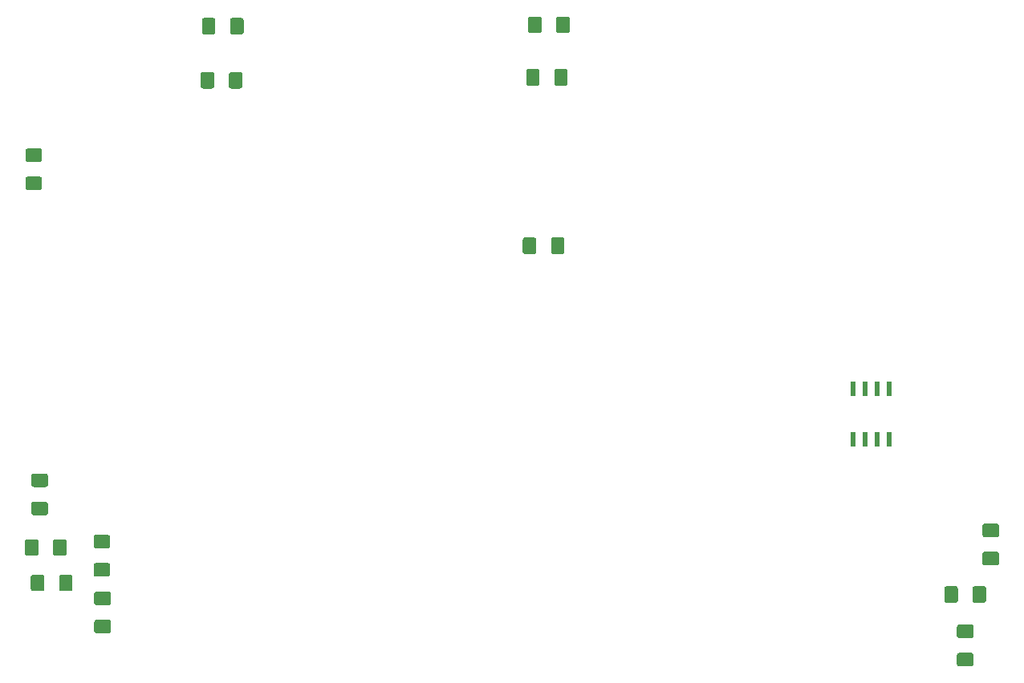
<source format=gbr>
G04 #@! TF.GenerationSoftware,KiCad,Pcbnew,5.0.2+dfsg1-1~bpo9+1*
G04 #@! TF.CreationDate,2019-06-26T12:15:30+03:00*
G04 #@! TF.ProjectId,SmartDimmer,536d6172-7444-4696-9d6d-65722e6b6963,rev?*
G04 #@! TF.SameCoordinates,Original*
G04 #@! TF.FileFunction,Paste,Bot*
G04 #@! TF.FilePolarity,Positive*
%FSLAX46Y46*%
G04 Gerber Fmt 4.6, Leading zero omitted, Abs format (unit mm)*
G04 Created by KiCad (PCBNEW 5.0.2+dfsg1-1~bpo9+1) date Wed 26 Jun 2019 12:15:30 PM +03*
%MOMM*%
%LPD*%
G01*
G04 APERTURE LIST*
%ADD10C,0.100000*%
%ADD11C,1.425000*%
%ADD12R,0.600000X1.550000*%
G04 APERTURE END LIST*
D10*
G04 #@! TO.C,R18*
G36*
X171744004Y-66444204D02*
X171768273Y-66447804D01*
X171792071Y-66453765D01*
X171815171Y-66462030D01*
X171837349Y-66472520D01*
X171858393Y-66485133D01*
X171878098Y-66499747D01*
X171896277Y-66516223D01*
X171912753Y-66534402D01*
X171927367Y-66554107D01*
X171939980Y-66575151D01*
X171950470Y-66597329D01*
X171958735Y-66620429D01*
X171964696Y-66644227D01*
X171968296Y-66668496D01*
X171969500Y-66693000D01*
X171969500Y-67943000D01*
X171968296Y-67967504D01*
X171964696Y-67991773D01*
X171958735Y-68015571D01*
X171950470Y-68038671D01*
X171939980Y-68060849D01*
X171927367Y-68081893D01*
X171912753Y-68101598D01*
X171896277Y-68119777D01*
X171878098Y-68136253D01*
X171858393Y-68150867D01*
X171837349Y-68163480D01*
X171815171Y-68173970D01*
X171792071Y-68182235D01*
X171768273Y-68188196D01*
X171744004Y-68191796D01*
X171719500Y-68193000D01*
X170794500Y-68193000D01*
X170769996Y-68191796D01*
X170745727Y-68188196D01*
X170721929Y-68182235D01*
X170698829Y-68173970D01*
X170676651Y-68163480D01*
X170655607Y-68150867D01*
X170635902Y-68136253D01*
X170617723Y-68119777D01*
X170601247Y-68101598D01*
X170586633Y-68081893D01*
X170574020Y-68060849D01*
X170563530Y-68038671D01*
X170555265Y-68015571D01*
X170549304Y-67991773D01*
X170545704Y-67967504D01*
X170544500Y-67943000D01*
X170544500Y-66693000D01*
X170545704Y-66668496D01*
X170549304Y-66644227D01*
X170555265Y-66620429D01*
X170563530Y-66597329D01*
X170574020Y-66575151D01*
X170586633Y-66554107D01*
X170601247Y-66534402D01*
X170617723Y-66516223D01*
X170635902Y-66499747D01*
X170655607Y-66485133D01*
X170676651Y-66472520D01*
X170698829Y-66462030D01*
X170721929Y-66453765D01*
X170745727Y-66447804D01*
X170769996Y-66444204D01*
X170794500Y-66443000D01*
X171719500Y-66443000D01*
X171744004Y-66444204D01*
X171744004Y-66444204D01*
G37*
D11*
X171257000Y-67318000D03*
D10*
G36*
X168769004Y-66444204D02*
X168793273Y-66447804D01*
X168817071Y-66453765D01*
X168840171Y-66462030D01*
X168862349Y-66472520D01*
X168883393Y-66485133D01*
X168903098Y-66499747D01*
X168921277Y-66516223D01*
X168937753Y-66534402D01*
X168952367Y-66554107D01*
X168964980Y-66575151D01*
X168975470Y-66597329D01*
X168983735Y-66620429D01*
X168989696Y-66644227D01*
X168993296Y-66668496D01*
X168994500Y-66693000D01*
X168994500Y-67943000D01*
X168993296Y-67967504D01*
X168989696Y-67991773D01*
X168983735Y-68015571D01*
X168975470Y-68038671D01*
X168964980Y-68060849D01*
X168952367Y-68081893D01*
X168937753Y-68101598D01*
X168921277Y-68119777D01*
X168903098Y-68136253D01*
X168883393Y-68150867D01*
X168862349Y-68163480D01*
X168840171Y-68173970D01*
X168817071Y-68182235D01*
X168793273Y-68188196D01*
X168769004Y-68191796D01*
X168744500Y-68193000D01*
X167819500Y-68193000D01*
X167794996Y-68191796D01*
X167770727Y-68188196D01*
X167746929Y-68182235D01*
X167723829Y-68173970D01*
X167701651Y-68163480D01*
X167680607Y-68150867D01*
X167660902Y-68136253D01*
X167642723Y-68119777D01*
X167626247Y-68101598D01*
X167611633Y-68081893D01*
X167599020Y-68060849D01*
X167588530Y-68038671D01*
X167580265Y-68015571D01*
X167574304Y-67991773D01*
X167570704Y-67967504D01*
X167569500Y-67943000D01*
X167569500Y-66693000D01*
X167570704Y-66668496D01*
X167574304Y-66644227D01*
X167580265Y-66620429D01*
X167588530Y-66597329D01*
X167599020Y-66575151D01*
X167611633Y-66554107D01*
X167626247Y-66534402D01*
X167642723Y-66516223D01*
X167660902Y-66499747D01*
X167680607Y-66485133D01*
X167701651Y-66472520D01*
X167723829Y-66462030D01*
X167746929Y-66453765D01*
X167770727Y-66447804D01*
X167794996Y-66444204D01*
X167819500Y-66443000D01*
X168744500Y-66443000D01*
X168769004Y-66444204D01*
X168769004Y-66444204D01*
G37*
D11*
X168282000Y-67318000D03*
G04 #@! TD*
D10*
G04 #@! TO.C,R19*
G36*
X168986504Y-60890206D02*
X169010773Y-60893806D01*
X169034571Y-60899767D01*
X169057671Y-60908032D01*
X169079849Y-60918522D01*
X169100893Y-60931135D01*
X169120598Y-60945749D01*
X169138777Y-60962225D01*
X169155253Y-60980404D01*
X169169867Y-61000109D01*
X169182480Y-61021153D01*
X169192970Y-61043331D01*
X169201235Y-61066431D01*
X169207196Y-61090229D01*
X169210796Y-61114498D01*
X169212000Y-61139002D01*
X169212000Y-62389002D01*
X169210796Y-62413506D01*
X169207196Y-62437775D01*
X169201235Y-62461573D01*
X169192970Y-62484673D01*
X169182480Y-62506851D01*
X169169867Y-62527895D01*
X169155253Y-62547600D01*
X169138777Y-62565779D01*
X169120598Y-62582255D01*
X169100893Y-62596869D01*
X169079849Y-62609482D01*
X169057671Y-62619972D01*
X169034571Y-62628237D01*
X169010773Y-62634198D01*
X168986504Y-62637798D01*
X168962000Y-62639002D01*
X168037000Y-62639002D01*
X168012496Y-62637798D01*
X167988227Y-62634198D01*
X167964429Y-62628237D01*
X167941329Y-62619972D01*
X167919151Y-62609482D01*
X167898107Y-62596869D01*
X167878402Y-62582255D01*
X167860223Y-62565779D01*
X167843747Y-62547600D01*
X167829133Y-62527895D01*
X167816520Y-62506851D01*
X167806030Y-62484673D01*
X167797765Y-62461573D01*
X167791804Y-62437775D01*
X167788204Y-62413506D01*
X167787000Y-62389002D01*
X167787000Y-61139002D01*
X167788204Y-61114498D01*
X167791804Y-61090229D01*
X167797765Y-61066431D01*
X167806030Y-61043331D01*
X167816520Y-61021153D01*
X167829133Y-61000109D01*
X167843747Y-60980404D01*
X167860223Y-60962225D01*
X167878402Y-60945749D01*
X167898107Y-60931135D01*
X167919151Y-60918522D01*
X167941329Y-60908032D01*
X167964429Y-60899767D01*
X167988227Y-60893806D01*
X168012496Y-60890206D01*
X168037000Y-60889002D01*
X168962000Y-60889002D01*
X168986504Y-60890206D01*
X168986504Y-60890206D01*
G37*
D11*
X168499500Y-61764002D03*
D10*
G36*
X171961504Y-60890206D02*
X171985773Y-60893806D01*
X172009571Y-60899767D01*
X172032671Y-60908032D01*
X172054849Y-60918522D01*
X172075893Y-60931135D01*
X172095598Y-60945749D01*
X172113777Y-60962225D01*
X172130253Y-60980404D01*
X172144867Y-61000109D01*
X172157480Y-61021153D01*
X172167970Y-61043331D01*
X172176235Y-61066431D01*
X172182196Y-61090229D01*
X172185796Y-61114498D01*
X172187000Y-61139002D01*
X172187000Y-62389002D01*
X172185796Y-62413506D01*
X172182196Y-62437775D01*
X172176235Y-62461573D01*
X172167970Y-62484673D01*
X172157480Y-62506851D01*
X172144867Y-62527895D01*
X172130253Y-62547600D01*
X172113777Y-62565779D01*
X172095598Y-62582255D01*
X172075893Y-62596869D01*
X172054849Y-62609482D01*
X172032671Y-62619972D01*
X172009571Y-62628237D01*
X171985773Y-62634198D01*
X171961504Y-62637798D01*
X171937000Y-62639002D01*
X171012000Y-62639002D01*
X170987496Y-62637798D01*
X170963227Y-62634198D01*
X170939429Y-62628237D01*
X170916329Y-62619972D01*
X170894151Y-62609482D01*
X170873107Y-62596869D01*
X170853402Y-62582255D01*
X170835223Y-62565779D01*
X170818747Y-62547600D01*
X170804133Y-62527895D01*
X170791520Y-62506851D01*
X170781030Y-62484673D01*
X170772765Y-62461573D01*
X170766804Y-62437775D01*
X170763204Y-62413506D01*
X170762000Y-62389002D01*
X170762000Y-61139002D01*
X170763204Y-61114498D01*
X170766804Y-61090229D01*
X170772765Y-61066431D01*
X170781030Y-61043331D01*
X170791520Y-61021153D01*
X170804133Y-61000109D01*
X170818747Y-60980404D01*
X170835223Y-60962225D01*
X170853402Y-60945749D01*
X170873107Y-60931135D01*
X170894151Y-60918522D01*
X170916329Y-60908032D01*
X170939429Y-60899767D01*
X170963227Y-60893806D01*
X170987496Y-60890206D01*
X171012000Y-60889002D01*
X171937000Y-60889002D01*
X171961504Y-60890206D01*
X171961504Y-60890206D01*
G37*
D11*
X171474500Y-61764002D03*
G04 #@! TD*
D10*
G04 #@! TO.C,R16*
G36*
X134569504Y-61033204D02*
X134593773Y-61036804D01*
X134617571Y-61042765D01*
X134640671Y-61051030D01*
X134662849Y-61061520D01*
X134683893Y-61074133D01*
X134703598Y-61088747D01*
X134721777Y-61105223D01*
X134738253Y-61123402D01*
X134752867Y-61143107D01*
X134765480Y-61164151D01*
X134775970Y-61186329D01*
X134784235Y-61209429D01*
X134790196Y-61233227D01*
X134793796Y-61257496D01*
X134795000Y-61282000D01*
X134795000Y-62532000D01*
X134793796Y-62556504D01*
X134790196Y-62580773D01*
X134784235Y-62604571D01*
X134775970Y-62627671D01*
X134765480Y-62649849D01*
X134752867Y-62670893D01*
X134738253Y-62690598D01*
X134721777Y-62708777D01*
X134703598Y-62725253D01*
X134683893Y-62739867D01*
X134662849Y-62752480D01*
X134640671Y-62762970D01*
X134617571Y-62771235D01*
X134593773Y-62777196D01*
X134569504Y-62780796D01*
X134545000Y-62782000D01*
X133620000Y-62782000D01*
X133595496Y-62780796D01*
X133571227Y-62777196D01*
X133547429Y-62771235D01*
X133524329Y-62762970D01*
X133502151Y-62752480D01*
X133481107Y-62739867D01*
X133461402Y-62725253D01*
X133443223Y-62708777D01*
X133426747Y-62690598D01*
X133412133Y-62670893D01*
X133399520Y-62649849D01*
X133389030Y-62627671D01*
X133380765Y-62604571D01*
X133374804Y-62580773D01*
X133371204Y-62556504D01*
X133370000Y-62532000D01*
X133370000Y-61282000D01*
X133371204Y-61257496D01*
X133374804Y-61233227D01*
X133380765Y-61209429D01*
X133389030Y-61186329D01*
X133399520Y-61164151D01*
X133412133Y-61143107D01*
X133426747Y-61123402D01*
X133443223Y-61105223D01*
X133461402Y-61088747D01*
X133481107Y-61074133D01*
X133502151Y-61061520D01*
X133524329Y-61051030D01*
X133547429Y-61042765D01*
X133571227Y-61036804D01*
X133595496Y-61033204D01*
X133620000Y-61032000D01*
X134545000Y-61032000D01*
X134569504Y-61033204D01*
X134569504Y-61033204D01*
G37*
D11*
X134082500Y-61907000D03*
D10*
G36*
X137544504Y-61033204D02*
X137568773Y-61036804D01*
X137592571Y-61042765D01*
X137615671Y-61051030D01*
X137637849Y-61061520D01*
X137658893Y-61074133D01*
X137678598Y-61088747D01*
X137696777Y-61105223D01*
X137713253Y-61123402D01*
X137727867Y-61143107D01*
X137740480Y-61164151D01*
X137750970Y-61186329D01*
X137759235Y-61209429D01*
X137765196Y-61233227D01*
X137768796Y-61257496D01*
X137770000Y-61282000D01*
X137770000Y-62532000D01*
X137768796Y-62556504D01*
X137765196Y-62580773D01*
X137759235Y-62604571D01*
X137750970Y-62627671D01*
X137740480Y-62649849D01*
X137727867Y-62670893D01*
X137713253Y-62690598D01*
X137696777Y-62708777D01*
X137678598Y-62725253D01*
X137658893Y-62739867D01*
X137637849Y-62752480D01*
X137615671Y-62762970D01*
X137592571Y-62771235D01*
X137568773Y-62777196D01*
X137544504Y-62780796D01*
X137520000Y-62782000D01*
X136595000Y-62782000D01*
X136570496Y-62780796D01*
X136546227Y-62777196D01*
X136522429Y-62771235D01*
X136499329Y-62762970D01*
X136477151Y-62752480D01*
X136456107Y-62739867D01*
X136436402Y-62725253D01*
X136418223Y-62708777D01*
X136401747Y-62690598D01*
X136387133Y-62670893D01*
X136374520Y-62649849D01*
X136364030Y-62627671D01*
X136355765Y-62604571D01*
X136349804Y-62580773D01*
X136346204Y-62556504D01*
X136345000Y-62532000D01*
X136345000Y-61282000D01*
X136346204Y-61257496D01*
X136349804Y-61233227D01*
X136355765Y-61209429D01*
X136364030Y-61186329D01*
X136374520Y-61164151D01*
X136387133Y-61143107D01*
X136401747Y-61123402D01*
X136418223Y-61105223D01*
X136436402Y-61088747D01*
X136456107Y-61074133D01*
X136477151Y-61061520D01*
X136499329Y-61051030D01*
X136522429Y-61042765D01*
X136546227Y-61036804D01*
X136570496Y-61033204D01*
X136595000Y-61032000D01*
X137520000Y-61032000D01*
X137544504Y-61033204D01*
X137544504Y-61033204D01*
G37*
D11*
X137057500Y-61907000D03*
G04 #@! TD*
D10*
G04 #@! TO.C,R17*
G36*
X137417504Y-66748204D02*
X137441773Y-66751804D01*
X137465571Y-66757765D01*
X137488671Y-66766030D01*
X137510849Y-66776520D01*
X137531893Y-66789133D01*
X137551598Y-66803747D01*
X137569777Y-66820223D01*
X137586253Y-66838402D01*
X137600867Y-66858107D01*
X137613480Y-66879151D01*
X137623970Y-66901329D01*
X137632235Y-66924429D01*
X137638196Y-66948227D01*
X137641796Y-66972496D01*
X137643000Y-66997000D01*
X137643000Y-68247000D01*
X137641796Y-68271504D01*
X137638196Y-68295773D01*
X137632235Y-68319571D01*
X137623970Y-68342671D01*
X137613480Y-68364849D01*
X137600867Y-68385893D01*
X137586253Y-68405598D01*
X137569777Y-68423777D01*
X137551598Y-68440253D01*
X137531893Y-68454867D01*
X137510849Y-68467480D01*
X137488671Y-68477970D01*
X137465571Y-68486235D01*
X137441773Y-68492196D01*
X137417504Y-68495796D01*
X137393000Y-68497000D01*
X136468000Y-68497000D01*
X136443496Y-68495796D01*
X136419227Y-68492196D01*
X136395429Y-68486235D01*
X136372329Y-68477970D01*
X136350151Y-68467480D01*
X136329107Y-68454867D01*
X136309402Y-68440253D01*
X136291223Y-68423777D01*
X136274747Y-68405598D01*
X136260133Y-68385893D01*
X136247520Y-68364849D01*
X136237030Y-68342671D01*
X136228765Y-68319571D01*
X136222804Y-68295773D01*
X136219204Y-68271504D01*
X136218000Y-68247000D01*
X136218000Y-66997000D01*
X136219204Y-66972496D01*
X136222804Y-66948227D01*
X136228765Y-66924429D01*
X136237030Y-66901329D01*
X136247520Y-66879151D01*
X136260133Y-66858107D01*
X136274747Y-66838402D01*
X136291223Y-66820223D01*
X136309402Y-66803747D01*
X136329107Y-66789133D01*
X136350151Y-66776520D01*
X136372329Y-66766030D01*
X136395429Y-66757765D01*
X136419227Y-66751804D01*
X136443496Y-66748204D01*
X136468000Y-66747000D01*
X137393000Y-66747000D01*
X137417504Y-66748204D01*
X137417504Y-66748204D01*
G37*
D11*
X136930500Y-67622000D03*
D10*
G36*
X134442504Y-66748204D02*
X134466773Y-66751804D01*
X134490571Y-66757765D01*
X134513671Y-66766030D01*
X134535849Y-66776520D01*
X134556893Y-66789133D01*
X134576598Y-66803747D01*
X134594777Y-66820223D01*
X134611253Y-66838402D01*
X134625867Y-66858107D01*
X134638480Y-66879151D01*
X134648970Y-66901329D01*
X134657235Y-66924429D01*
X134663196Y-66948227D01*
X134666796Y-66972496D01*
X134668000Y-66997000D01*
X134668000Y-68247000D01*
X134666796Y-68271504D01*
X134663196Y-68295773D01*
X134657235Y-68319571D01*
X134648970Y-68342671D01*
X134638480Y-68364849D01*
X134625867Y-68385893D01*
X134611253Y-68405598D01*
X134594777Y-68423777D01*
X134576598Y-68440253D01*
X134556893Y-68454867D01*
X134535849Y-68467480D01*
X134513671Y-68477970D01*
X134490571Y-68486235D01*
X134466773Y-68492196D01*
X134442504Y-68495796D01*
X134418000Y-68497000D01*
X133493000Y-68497000D01*
X133468496Y-68495796D01*
X133444227Y-68492196D01*
X133420429Y-68486235D01*
X133397329Y-68477970D01*
X133375151Y-68467480D01*
X133354107Y-68454867D01*
X133334402Y-68440253D01*
X133316223Y-68423777D01*
X133299747Y-68405598D01*
X133285133Y-68385893D01*
X133272520Y-68364849D01*
X133262030Y-68342671D01*
X133253765Y-68319571D01*
X133247804Y-68295773D01*
X133244204Y-68271504D01*
X133243000Y-68247000D01*
X133243000Y-66997000D01*
X133244204Y-66972496D01*
X133247804Y-66948227D01*
X133253765Y-66924429D01*
X133262030Y-66901329D01*
X133272520Y-66879151D01*
X133285133Y-66858107D01*
X133299747Y-66838402D01*
X133316223Y-66820223D01*
X133334402Y-66803747D01*
X133354107Y-66789133D01*
X133375151Y-66776520D01*
X133397329Y-66766030D01*
X133420429Y-66757765D01*
X133444227Y-66751804D01*
X133468496Y-66748204D01*
X133493000Y-66747000D01*
X134418000Y-66747000D01*
X134442504Y-66748204D01*
X134442504Y-66748204D01*
G37*
D11*
X133955500Y-67622000D03*
G04 #@! TD*
D10*
G04 #@! TO.C,C13*
G36*
X118865304Y-116093204D02*
X118889573Y-116096804D01*
X118913371Y-116102765D01*
X118936471Y-116111030D01*
X118958649Y-116121520D01*
X118979693Y-116134133D01*
X118999398Y-116148747D01*
X119017577Y-116165223D01*
X119034053Y-116183402D01*
X119048667Y-116203107D01*
X119061280Y-116224151D01*
X119071770Y-116246329D01*
X119080035Y-116269429D01*
X119085996Y-116293227D01*
X119089596Y-116317496D01*
X119090800Y-116342000D01*
X119090800Y-117592000D01*
X119089596Y-117616504D01*
X119085996Y-117640773D01*
X119080035Y-117664571D01*
X119071770Y-117687671D01*
X119061280Y-117709849D01*
X119048667Y-117730893D01*
X119034053Y-117750598D01*
X119017577Y-117768777D01*
X118999398Y-117785253D01*
X118979693Y-117799867D01*
X118958649Y-117812480D01*
X118936471Y-117822970D01*
X118913371Y-117831235D01*
X118889573Y-117837196D01*
X118865304Y-117840796D01*
X118840800Y-117842000D01*
X117915800Y-117842000D01*
X117891296Y-117840796D01*
X117867027Y-117837196D01*
X117843229Y-117831235D01*
X117820129Y-117822970D01*
X117797951Y-117812480D01*
X117776907Y-117799867D01*
X117757202Y-117785253D01*
X117739023Y-117768777D01*
X117722547Y-117750598D01*
X117707933Y-117730893D01*
X117695320Y-117709849D01*
X117684830Y-117687671D01*
X117676565Y-117664571D01*
X117670604Y-117640773D01*
X117667004Y-117616504D01*
X117665800Y-117592000D01*
X117665800Y-116342000D01*
X117667004Y-116317496D01*
X117670604Y-116293227D01*
X117676565Y-116269429D01*
X117684830Y-116246329D01*
X117695320Y-116224151D01*
X117707933Y-116203107D01*
X117722547Y-116183402D01*
X117739023Y-116165223D01*
X117757202Y-116148747D01*
X117776907Y-116134133D01*
X117797951Y-116121520D01*
X117820129Y-116111030D01*
X117843229Y-116102765D01*
X117867027Y-116096804D01*
X117891296Y-116093204D01*
X117915800Y-116092000D01*
X118840800Y-116092000D01*
X118865304Y-116093204D01*
X118865304Y-116093204D01*
G37*
D11*
X118378300Y-116967000D03*
D10*
G36*
X115890304Y-116093204D02*
X115914573Y-116096804D01*
X115938371Y-116102765D01*
X115961471Y-116111030D01*
X115983649Y-116121520D01*
X116004693Y-116134133D01*
X116024398Y-116148747D01*
X116042577Y-116165223D01*
X116059053Y-116183402D01*
X116073667Y-116203107D01*
X116086280Y-116224151D01*
X116096770Y-116246329D01*
X116105035Y-116269429D01*
X116110996Y-116293227D01*
X116114596Y-116317496D01*
X116115800Y-116342000D01*
X116115800Y-117592000D01*
X116114596Y-117616504D01*
X116110996Y-117640773D01*
X116105035Y-117664571D01*
X116096770Y-117687671D01*
X116086280Y-117709849D01*
X116073667Y-117730893D01*
X116059053Y-117750598D01*
X116042577Y-117768777D01*
X116024398Y-117785253D01*
X116004693Y-117799867D01*
X115983649Y-117812480D01*
X115961471Y-117822970D01*
X115938371Y-117831235D01*
X115914573Y-117837196D01*
X115890304Y-117840796D01*
X115865800Y-117842000D01*
X114940800Y-117842000D01*
X114916296Y-117840796D01*
X114892027Y-117837196D01*
X114868229Y-117831235D01*
X114845129Y-117822970D01*
X114822951Y-117812480D01*
X114801907Y-117799867D01*
X114782202Y-117785253D01*
X114764023Y-117768777D01*
X114747547Y-117750598D01*
X114732933Y-117730893D01*
X114720320Y-117709849D01*
X114709830Y-117687671D01*
X114701565Y-117664571D01*
X114695604Y-117640773D01*
X114692004Y-117616504D01*
X114690800Y-117592000D01*
X114690800Y-116342000D01*
X114692004Y-116317496D01*
X114695604Y-116293227D01*
X114701565Y-116269429D01*
X114709830Y-116246329D01*
X114720320Y-116224151D01*
X114732933Y-116203107D01*
X114747547Y-116183402D01*
X114764023Y-116165223D01*
X114782202Y-116148747D01*
X114801907Y-116134133D01*
X114822951Y-116121520D01*
X114845129Y-116111030D01*
X114868229Y-116102765D01*
X114892027Y-116096804D01*
X114916296Y-116093204D01*
X114940800Y-116092000D01*
X115865800Y-116092000D01*
X115890304Y-116093204D01*
X115890304Y-116093204D01*
G37*
D11*
X115403300Y-116967000D03*
G04 #@! TD*
D10*
G04 #@! TO.C,C6*
G36*
X214549593Y-128083882D02*
X214573862Y-128087482D01*
X214597660Y-128093443D01*
X214620760Y-128101708D01*
X214642938Y-128112198D01*
X214663982Y-128124811D01*
X214683687Y-128139425D01*
X214701866Y-128155901D01*
X214718342Y-128174080D01*
X214732956Y-128193785D01*
X214745569Y-128214829D01*
X214756059Y-128237007D01*
X214764324Y-128260107D01*
X214770285Y-128283905D01*
X214773885Y-128308174D01*
X214775089Y-128332678D01*
X214775089Y-129257678D01*
X214773885Y-129282182D01*
X214770285Y-129306451D01*
X214764324Y-129330249D01*
X214756059Y-129353349D01*
X214745569Y-129375527D01*
X214732956Y-129396571D01*
X214718342Y-129416276D01*
X214701866Y-129434455D01*
X214683687Y-129450931D01*
X214663982Y-129465545D01*
X214642938Y-129478158D01*
X214620760Y-129488648D01*
X214597660Y-129496913D01*
X214573862Y-129502874D01*
X214549593Y-129506474D01*
X214525089Y-129507678D01*
X213275089Y-129507678D01*
X213250585Y-129506474D01*
X213226316Y-129502874D01*
X213202518Y-129496913D01*
X213179418Y-129488648D01*
X213157240Y-129478158D01*
X213136196Y-129465545D01*
X213116491Y-129450931D01*
X213098312Y-129434455D01*
X213081836Y-129416276D01*
X213067222Y-129396571D01*
X213054609Y-129375527D01*
X213044119Y-129353349D01*
X213035854Y-129330249D01*
X213029893Y-129306451D01*
X213026293Y-129282182D01*
X213025089Y-129257678D01*
X213025089Y-128332678D01*
X213026293Y-128308174D01*
X213029893Y-128283905D01*
X213035854Y-128260107D01*
X213044119Y-128237007D01*
X213054609Y-128214829D01*
X213067222Y-128193785D01*
X213081836Y-128174080D01*
X213098312Y-128155901D01*
X213116491Y-128139425D01*
X213136196Y-128124811D01*
X213157240Y-128112198D01*
X213179418Y-128101708D01*
X213202518Y-128093443D01*
X213226316Y-128087482D01*
X213250585Y-128083882D01*
X213275089Y-128082678D01*
X214525089Y-128082678D01*
X214549593Y-128083882D01*
X214549593Y-128083882D01*
G37*
D11*
X213900089Y-128795178D03*
D10*
G36*
X214549593Y-125108882D02*
X214573862Y-125112482D01*
X214597660Y-125118443D01*
X214620760Y-125126708D01*
X214642938Y-125137198D01*
X214663982Y-125149811D01*
X214683687Y-125164425D01*
X214701866Y-125180901D01*
X214718342Y-125199080D01*
X214732956Y-125218785D01*
X214745569Y-125239829D01*
X214756059Y-125262007D01*
X214764324Y-125285107D01*
X214770285Y-125308905D01*
X214773885Y-125333174D01*
X214775089Y-125357678D01*
X214775089Y-126282678D01*
X214773885Y-126307182D01*
X214770285Y-126331451D01*
X214764324Y-126355249D01*
X214756059Y-126378349D01*
X214745569Y-126400527D01*
X214732956Y-126421571D01*
X214718342Y-126441276D01*
X214701866Y-126459455D01*
X214683687Y-126475931D01*
X214663982Y-126490545D01*
X214642938Y-126503158D01*
X214620760Y-126513648D01*
X214597660Y-126521913D01*
X214573862Y-126527874D01*
X214549593Y-126531474D01*
X214525089Y-126532678D01*
X213275089Y-126532678D01*
X213250585Y-126531474D01*
X213226316Y-126527874D01*
X213202518Y-126521913D01*
X213179418Y-126513648D01*
X213157240Y-126503158D01*
X213136196Y-126490545D01*
X213116491Y-126475931D01*
X213098312Y-126459455D01*
X213081836Y-126441276D01*
X213067222Y-126421571D01*
X213054609Y-126400527D01*
X213044119Y-126378349D01*
X213035854Y-126355249D01*
X213029893Y-126331451D01*
X213026293Y-126307182D01*
X213025089Y-126282678D01*
X213025089Y-125357678D01*
X213026293Y-125333174D01*
X213029893Y-125308905D01*
X213035854Y-125285107D01*
X213044119Y-125262007D01*
X213054609Y-125239829D01*
X213067222Y-125218785D01*
X213081836Y-125199080D01*
X213098312Y-125180901D01*
X213116491Y-125164425D01*
X213136196Y-125149811D01*
X213157240Y-125137198D01*
X213179418Y-125126708D01*
X213202518Y-125118443D01*
X213226316Y-125112482D01*
X213250585Y-125108882D01*
X213275089Y-125107678D01*
X214525089Y-125107678D01*
X214549593Y-125108882D01*
X214549593Y-125108882D01*
G37*
D11*
X213900089Y-125820178D03*
G04 #@! TD*
D10*
G04 #@! TO.C,C10*
G36*
X123458504Y-115631804D02*
X123482773Y-115635404D01*
X123506571Y-115641365D01*
X123529671Y-115649630D01*
X123551849Y-115660120D01*
X123572893Y-115672733D01*
X123592598Y-115687347D01*
X123610777Y-115703823D01*
X123627253Y-115722002D01*
X123641867Y-115741707D01*
X123654480Y-115762751D01*
X123664970Y-115784929D01*
X123673235Y-115808029D01*
X123679196Y-115831827D01*
X123682796Y-115856096D01*
X123684000Y-115880600D01*
X123684000Y-116805600D01*
X123682796Y-116830104D01*
X123679196Y-116854373D01*
X123673235Y-116878171D01*
X123664970Y-116901271D01*
X123654480Y-116923449D01*
X123641867Y-116944493D01*
X123627253Y-116964198D01*
X123610777Y-116982377D01*
X123592598Y-116998853D01*
X123572893Y-117013467D01*
X123551849Y-117026080D01*
X123529671Y-117036570D01*
X123506571Y-117044835D01*
X123482773Y-117050796D01*
X123458504Y-117054396D01*
X123434000Y-117055600D01*
X122184000Y-117055600D01*
X122159496Y-117054396D01*
X122135227Y-117050796D01*
X122111429Y-117044835D01*
X122088329Y-117036570D01*
X122066151Y-117026080D01*
X122045107Y-117013467D01*
X122025402Y-116998853D01*
X122007223Y-116982377D01*
X121990747Y-116964198D01*
X121976133Y-116944493D01*
X121963520Y-116923449D01*
X121953030Y-116901271D01*
X121944765Y-116878171D01*
X121938804Y-116854373D01*
X121935204Y-116830104D01*
X121934000Y-116805600D01*
X121934000Y-115880600D01*
X121935204Y-115856096D01*
X121938804Y-115831827D01*
X121944765Y-115808029D01*
X121953030Y-115784929D01*
X121963520Y-115762751D01*
X121976133Y-115741707D01*
X121990747Y-115722002D01*
X122007223Y-115703823D01*
X122025402Y-115687347D01*
X122045107Y-115672733D01*
X122066151Y-115660120D01*
X122088329Y-115649630D01*
X122111429Y-115641365D01*
X122135227Y-115635404D01*
X122159496Y-115631804D01*
X122184000Y-115630600D01*
X123434000Y-115630600D01*
X123458504Y-115631804D01*
X123458504Y-115631804D01*
G37*
D11*
X122809000Y-116343100D03*
D10*
G36*
X123458504Y-118606804D02*
X123482773Y-118610404D01*
X123506571Y-118616365D01*
X123529671Y-118624630D01*
X123551849Y-118635120D01*
X123572893Y-118647733D01*
X123592598Y-118662347D01*
X123610777Y-118678823D01*
X123627253Y-118697002D01*
X123641867Y-118716707D01*
X123654480Y-118737751D01*
X123664970Y-118759929D01*
X123673235Y-118783029D01*
X123679196Y-118806827D01*
X123682796Y-118831096D01*
X123684000Y-118855600D01*
X123684000Y-119780600D01*
X123682796Y-119805104D01*
X123679196Y-119829373D01*
X123673235Y-119853171D01*
X123664970Y-119876271D01*
X123654480Y-119898449D01*
X123641867Y-119919493D01*
X123627253Y-119939198D01*
X123610777Y-119957377D01*
X123592598Y-119973853D01*
X123572893Y-119988467D01*
X123551849Y-120001080D01*
X123529671Y-120011570D01*
X123506571Y-120019835D01*
X123482773Y-120025796D01*
X123458504Y-120029396D01*
X123434000Y-120030600D01*
X122184000Y-120030600D01*
X122159496Y-120029396D01*
X122135227Y-120025796D01*
X122111429Y-120019835D01*
X122088329Y-120011570D01*
X122066151Y-120001080D01*
X122045107Y-119988467D01*
X122025402Y-119973853D01*
X122007223Y-119957377D01*
X121990747Y-119939198D01*
X121976133Y-119919493D01*
X121963520Y-119898449D01*
X121953030Y-119876271D01*
X121944765Y-119853171D01*
X121938804Y-119829373D01*
X121935204Y-119805104D01*
X121934000Y-119780600D01*
X121934000Y-118855600D01*
X121935204Y-118831096D01*
X121938804Y-118806827D01*
X121944765Y-118783029D01*
X121953030Y-118759929D01*
X121963520Y-118737751D01*
X121976133Y-118716707D01*
X121990747Y-118697002D01*
X122007223Y-118678823D01*
X122025402Y-118662347D01*
X122045107Y-118647733D01*
X122066151Y-118635120D01*
X122088329Y-118624630D01*
X122111429Y-118616365D01*
X122135227Y-118610404D01*
X122159496Y-118606804D01*
X122184000Y-118605600D01*
X123434000Y-118605600D01*
X123458504Y-118606804D01*
X123458504Y-118606804D01*
G37*
D11*
X122809000Y-119318100D03*
G04 #@! TD*
D10*
G04 #@! TO.C,C1*
G36*
X116280504Y-77796204D02*
X116304773Y-77799804D01*
X116328571Y-77805765D01*
X116351671Y-77814030D01*
X116373849Y-77824520D01*
X116394893Y-77837133D01*
X116414598Y-77851747D01*
X116432777Y-77868223D01*
X116449253Y-77886402D01*
X116463867Y-77906107D01*
X116476480Y-77927151D01*
X116486970Y-77949329D01*
X116495235Y-77972429D01*
X116501196Y-77996227D01*
X116504796Y-78020496D01*
X116506000Y-78045000D01*
X116506000Y-78970000D01*
X116504796Y-78994504D01*
X116501196Y-79018773D01*
X116495235Y-79042571D01*
X116486970Y-79065671D01*
X116476480Y-79087849D01*
X116463867Y-79108893D01*
X116449253Y-79128598D01*
X116432777Y-79146777D01*
X116414598Y-79163253D01*
X116394893Y-79177867D01*
X116373849Y-79190480D01*
X116351671Y-79200970D01*
X116328571Y-79209235D01*
X116304773Y-79215196D01*
X116280504Y-79218796D01*
X116256000Y-79220000D01*
X115006000Y-79220000D01*
X114981496Y-79218796D01*
X114957227Y-79215196D01*
X114933429Y-79209235D01*
X114910329Y-79200970D01*
X114888151Y-79190480D01*
X114867107Y-79177867D01*
X114847402Y-79163253D01*
X114829223Y-79146777D01*
X114812747Y-79128598D01*
X114798133Y-79108893D01*
X114785520Y-79087849D01*
X114775030Y-79065671D01*
X114766765Y-79042571D01*
X114760804Y-79018773D01*
X114757204Y-78994504D01*
X114756000Y-78970000D01*
X114756000Y-78045000D01*
X114757204Y-78020496D01*
X114760804Y-77996227D01*
X114766765Y-77972429D01*
X114775030Y-77949329D01*
X114785520Y-77927151D01*
X114798133Y-77906107D01*
X114812747Y-77886402D01*
X114829223Y-77868223D01*
X114847402Y-77851747D01*
X114867107Y-77837133D01*
X114888151Y-77824520D01*
X114910329Y-77814030D01*
X114933429Y-77805765D01*
X114957227Y-77799804D01*
X114981496Y-77796204D01*
X115006000Y-77795000D01*
X116256000Y-77795000D01*
X116280504Y-77796204D01*
X116280504Y-77796204D01*
G37*
D11*
X115631000Y-78507500D03*
D10*
G36*
X116280504Y-74821204D02*
X116304773Y-74824804D01*
X116328571Y-74830765D01*
X116351671Y-74839030D01*
X116373849Y-74849520D01*
X116394893Y-74862133D01*
X116414598Y-74876747D01*
X116432777Y-74893223D01*
X116449253Y-74911402D01*
X116463867Y-74931107D01*
X116476480Y-74952151D01*
X116486970Y-74974329D01*
X116495235Y-74997429D01*
X116501196Y-75021227D01*
X116504796Y-75045496D01*
X116506000Y-75070000D01*
X116506000Y-75995000D01*
X116504796Y-76019504D01*
X116501196Y-76043773D01*
X116495235Y-76067571D01*
X116486970Y-76090671D01*
X116476480Y-76112849D01*
X116463867Y-76133893D01*
X116449253Y-76153598D01*
X116432777Y-76171777D01*
X116414598Y-76188253D01*
X116394893Y-76202867D01*
X116373849Y-76215480D01*
X116351671Y-76225970D01*
X116328571Y-76234235D01*
X116304773Y-76240196D01*
X116280504Y-76243796D01*
X116256000Y-76245000D01*
X115006000Y-76245000D01*
X114981496Y-76243796D01*
X114957227Y-76240196D01*
X114933429Y-76234235D01*
X114910329Y-76225970D01*
X114888151Y-76215480D01*
X114867107Y-76202867D01*
X114847402Y-76188253D01*
X114829223Y-76171777D01*
X114812747Y-76153598D01*
X114798133Y-76133893D01*
X114785520Y-76112849D01*
X114775030Y-76090671D01*
X114766765Y-76067571D01*
X114760804Y-76043773D01*
X114757204Y-76019504D01*
X114756000Y-75995000D01*
X114756000Y-75070000D01*
X114757204Y-75045496D01*
X114760804Y-75021227D01*
X114766765Y-74997429D01*
X114775030Y-74974329D01*
X114785520Y-74952151D01*
X114798133Y-74931107D01*
X114812747Y-74911402D01*
X114829223Y-74893223D01*
X114847402Y-74876747D01*
X114867107Y-74862133D01*
X114888151Y-74849520D01*
X114910329Y-74839030D01*
X114933429Y-74830765D01*
X114957227Y-74824804D01*
X114981496Y-74821204D01*
X115006000Y-74820000D01*
X116256000Y-74820000D01*
X116280504Y-74821204D01*
X116280504Y-74821204D01*
G37*
D11*
X115631000Y-75532500D03*
G04 #@! TD*
D10*
G04 #@! TO.C,C3*
G36*
X171392504Y-84216204D02*
X171416773Y-84219804D01*
X171440571Y-84225765D01*
X171463671Y-84234030D01*
X171485849Y-84244520D01*
X171506893Y-84257133D01*
X171526598Y-84271747D01*
X171544777Y-84288223D01*
X171561253Y-84306402D01*
X171575867Y-84326107D01*
X171588480Y-84347151D01*
X171598970Y-84369329D01*
X171607235Y-84392429D01*
X171613196Y-84416227D01*
X171616796Y-84440496D01*
X171618000Y-84465000D01*
X171618000Y-85715000D01*
X171616796Y-85739504D01*
X171613196Y-85763773D01*
X171607235Y-85787571D01*
X171598970Y-85810671D01*
X171588480Y-85832849D01*
X171575867Y-85853893D01*
X171561253Y-85873598D01*
X171544777Y-85891777D01*
X171526598Y-85908253D01*
X171506893Y-85922867D01*
X171485849Y-85935480D01*
X171463671Y-85945970D01*
X171440571Y-85954235D01*
X171416773Y-85960196D01*
X171392504Y-85963796D01*
X171368000Y-85965000D01*
X170443000Y-85965000D01*
X170418496Y-85963796D01*
X170394227Y-85960196D01*
X170370429Y-85954235D01*
X170347329Y-85945970D01*
X170325151Y-85935480D01*
X170304107Y-85922867D01*
X170284402Y-85908253D01*
X170266223Y-85891777D01*
X170249747Y-85873598D01*
X170235133Y-85853893D01*
X170222520Y-85832849D01*
X170212030Y-85810671D01*
X170203765Y-85787571D01*
X170197804Y-85763773D01*
X170194204Y-85739504D01*
X170193000Y-85715000D01*
X170193000Y-84465000D01*
X170194204Y-84440496D01*
X170197804Y-84416227D01*
X170203765Y-84392429D01*
X170212030Y-84369329D01*
X170222520Y-84347151D01*
X170235133Y-84326107D01*
X170249747Y-84306402D01*
X170266223Y-84288223D01*
X170284402Y-84271747D01*
X170304107Y-84257133D01*
X170325151Y-84244520D01*
X170347329Y-84234030D01*
X170370429Y-84225765D01*
X170394227Y-84219804D01*
X170418496Y-84216204D01*
X170443000Y-84215000D01*
X171368000Y-84215000D01*
X171392504Y-84216204D01*
X171392504Y-84216204D01*
G37*
D11*
X170905500Y-85090000D03*
D10*
G36*
X168417504Y-84216204D02*
X168441773Y-84219804D01*
X168465571Y-84225765D01*
X168488671Y-84234030D01*
X168510849Y-84244520D01*
X168531893Y-84257133D01*
X168551598Y-84271747D01*
X168569777Y-84288223D01*
X168586253Y-84306402D01*
X168600867Y-84326107D01*
X168613480Y-84347151D01*
X168623970Y-84369329D01*
X168632235Y-84392429D01*
X168638196Y-84416227D01*
X168641796Y-84440496D01*
X168643000Y-84465000D01*
X168643000Y-85715000D01*
X168641796Y-85739504D01*
X168638196Y-85763773D01*
X168632235Y-85787571D01*
X168623970Y-85810671D01*
X168613480Y-85832849D01*
X168600867Y-85853893D01*
X168586253Y-85873598D01*
X168569777Y-85891777D01*
X168551598Y-85908253D01*
X168531893Y-85922867D01*
X168510849Y-85935480D01*
X168488671Y-85945970D01*
X168465571Y-85954235D01*
X168441773Y-85960196D01*
X168417504Y-85963796D01*
X168393000Y-85965000D01*
X167468000Y-85965000D01*
X167443496Y-85963796D01*
X167419227Y-85960196D01*
X167395429Y-85954235D01*
X167372329Y-85945970D01*
X167350151Y-85935480D01*
X167329107Y-85922867D01*
X167309402Y-85908253D01*
X167291223Y-85891777D01*
X167274747Y-85873598D01*
X167260133Y-85853893D01*
X167247520Y-85832849D01*
X167237030Y-85810671D01*
X167228765Y-85787571D01*
X167222804Y-85763773D01*
X167219204Y-85739504D01*
X167218000Y-85715000D01*
X167218000Y-84465000D01*
X167219204Y-84440496D01*
X167222804Y-84416227D01*
X167228765Y-84392429D01*
X167237030Y-84369329D01*
X167247520Y-84347151D01*
X167260133Y-84326107D01*
X167274747Y-84306402D01*
X167291223Y-84288223D01*
X167309402Y-84271747D01*
X167329107Y-84257133D01*
X167350151Y-84244520D01*
X167372329Y-84234030D01*
X167395429Y-84225765D01*
X167419227Y-84219804D01*
X167443496Y-84216204D01*
X167468000Y-84215000D01*
X168393000Y-84215000D01*
X168417504Y-84216204D01*
X168417504Y-84216204D01*
G37*
D11*
X167930500Y-85090000D03*
G04 #@! TD*
D10*
G04 #@! TO.C,R15*
G36*
X116905304Y-109154804D02*
X116929573Y-109158404D01*
X116953371Y-109164365D01*
X116976471Y-109172630D01*
X116998649Y-109183120D01*
X117019693Y-109195733D01*
X117039398Y-109210347D01*
X117057577Y-109226823D01*
X117074053Y-109245002D01*
X117088667Y-109264707D01*
X117101280Y-109285751D01*
X117111770Y-109307929D01*
X117120035Y-109331029D01*
X117125996Y-109354827D01*
X117129596Y-109379096D01*
X117130800Y-109403600D01*
X117130800Y-110328600D01*
X117129596Y-110353104D01*
X117125996Y-110377373D01*
X117120035Y-110401171D01*
X117111770Y-110424271D01*
X117101280Y-110446449D01*
X117088667Y-110467493D01*
X117074053Y-110487198D01*
X117057577Y-110505377D01*
X117039398Y-110521853D01*
X117019693Y-110536467D01*
X116998649Y-110549080D01*
X116976471Y-110559570D01*
X116953371Y-110567835D01*
X116929573Y-110573796D01*
X116905304Y-110577396D01*
X116880800Y-110578600D01*
X115630800Y-110578600D01*
X115606296Y-110577396D01*
X115582027Y-110573796D01*
X115558229Y-110567835D01*
X115535129Y-110559570D01*
X115512951Y-110549080D01*
X115491907Y-110536467D01*
X115472202Y-110521853D01*
X115454023Y-110505377D01*
X115437547Y-110487198D01*
X115422933Y-110467493D01*
X115410320Y-110446449D01*
X115399830Y-110424271D01*
X115391565Y-110401171D01*
X115385604Y-110377373D01*
X115382004Y-110353104D01*
X115380800Y-110328600D01*
X115380800Y-109403600D01*
X115382004Y-109379096D01*
X115385604Y-109354827D01*
X115391565Y-109331029D01*
X115399830Y-109307929D01*
X115410320Y-109285751D01*
X115422933Y-109264707D01*
X115437547Y-109245002D01*
X115454023Y-109226823D01*
X115472202Y-109210347D01*
X115491907Y-109195733D01*
X115512951Y-109183120D01*
X115535129Y-109172630D01*
X115558229Y-109164365D01*
X115582027Y-109158404D01*
X115606296Y-109154804D01*
X115630800Y-109153600D01*
X116880800Y-109153600D01*
X116905304Y-109154804D01*
X116905304Y-109154804D01*
G37*
D11*
X116255800Y-109866100D03*
D10*
G36*
X116905304Y-112129804D02*
X116929573Y-112133404D01*
X116953371Y-112139365D01*
X116976471Y-112147630D01*
X116998649Y-112158120D01*
X117019693Y-112170733D01*
X117039398Y-112185347D01*
X117057577Y-112201823D01*
X117074053Y-112220002D01*
X117088667Y-112239707D01*
X117101280Y-112260751D01*
X117111770Y-112282929D01*
X117120035Y-112306029D01*
X117125996Y-112329827D01*
X117129596Y-112354096D01*
X117130800Y-112378600D01*
X117130800Y-113303600D01*
X117129596Y-113328104D01*
X117125996Y-113352373D01*
X117120035Y-113376171D01*
X117111770Y-113399271D01*
X117101280Y-113421449D01*
X117088667Y-113442493D01*
X117074053Y-113462198D01*
X117057577Y-113480377D01*
X117039398Y-113496853D01*
X117019693Y-113511467D01*
X116998649Y-113524080D01*
X116976471Y-113534570D01*
X116953371Y-113542835D01*
X116929573Y-113548796D01*
X116905304Y-113552396D01*
X116880800Y-113553600D01*
X115630800Y-113553600D01*
X115606296Y-113552396D01*
X115582027Y-113548796D01*
X115558229Y-113542835D01*
X115535129Y-113534570D01*
X115512951Y-113524080D01*
X115491907Y-113511467D01*
X115472202Y-113496853D01*
X115454023Y-113480377D01*
X115437547Y-113462198D01*
X115422933Y-113442493D01*
X115410320Y-113421449D01*
X115399830Y-113399271D01*
X115391565Y-113376171D01*
X115385604Y-113352373D01*
X115382004Y-113328104D01*
X115380800Y-113303600D01*
X115380800Y-112378600D01*
X115382004Y-112354096D01*
X115385604Y-112329827D01*
X115391565Y-112306029D01*
X115399830Y-112282929D01*
X115410320Y-112260751D01*
X115422933Y-112239707D01*
X115437547Y-112220002D01*
X115454023Y-112201823D01*
X115472202Y-112185347D01*
X115491907Y-112170733D01*
X115512951Y-112158120D01*
X115535129Y-112147630D01*
X115558229Y-112139365D01*
X115582027Y-112133404D01*
X115606296Y-112129804D01*
X115630800Y-112128600D01*
X116880800Y-112128600D01*
X116905304Y-112129804D01*
X116905304Y-112129804D01*
G37*
D11*
X116255800Y-112841100D03*
G04 #@! TD*
D12*
G04 #@! TO.C,U6*
X205867000Y-100170000D03*
X204597000Y-100170000D03*
X203327000Y-100170000D03*
X202057000Y-100170000D03*
X202057000Y-105570000D03*
X203327000Y-105570000D03*
X204597000Y-105570000D03*
X205867000Y-105570000D03*
G04 #@! TD*
D10*
G04 #@! TO.C,R10*
G36*
X217245504Y-117420204D02*
X217269773Y-117423804D01*
X217293571Y-117429765D01*
X217316671Y-117438030D01*
X217338849Y-117448520D01*
X217359893Y-117461133D01*
X217379598Y-117475747D01*
X217397777Y-117492223D01*
X217414253Y-117510402D01*
X217428867Y-117530107D01*
X217441480Y-117551151D01*
X217451970Y-117573329D01*
X217460235Y-117596429D01*
X217466196Y-117620227D01*
X217469796Y-117644496D01*
X217471000Y-117669000D01*
X217471000Y-118594000D01*
X217469796Y-118618504D01*
X217466196Y-118642773D01*
X217460235Y-118666571D01*
X217451970Y-118689671D01*
X217441480Y-118711849D01*
X217428867Y-118732893D01*
X217414253Y-118752598D01*
X217397777Y-118770777D01*
X217379598Y-118787253D01*
X217359893Y-118801867D01*
X217338849Y-118814480D01*
X217316671Y-118824970D01*
X217293571Y-118833235D01*
X217269773Y-118839196D01*
X217245504Y-118842796D01*
X217221000Y-118844000D01*
X215971000Y-118844000D01*
X215946496Y-118842796D01*
X215922227Y-118839196D01*
X215898429Y-118833235D01*
X215875329Y-118824970D01*
X215853151Y-118814480D01*
X215832107Y-118801867D01*
X215812402Y-118787253D01*
X215794223Y-118770777D01*
X215777747Y-118752598D01*
X215763133Y-118732893D01*
X215750520Y-118711849D01*
X215740030Y-118689671D01*
X215731765Y-118666571D01*
X215725804Y-118642773D01*
X215722204Y-118618504D01*
X215721000Y-118594000D01*
X215721000Y-117669000D01*
X215722204Y-117644496D01*
X215725804Y-117620227D01*
X215731765Y-117596429D01*
X215740030Y-117573329D01*
X215750520Y-117551151D01*
X215763133Y-117530107D01*
X215777747Y-117510402D01*
X215794223Y-117492223D01*
X215812402Y-117475747D01*
X215832107Y-117461133D01*
X215853151Y-117448520D01*
X215875329Y-117438030D01*
X215898429Y-117429765D01*
X215922227Y-117423804D01*
X215946496Y-117420204D01*
X215971000Y-117419000D01*
X217221000Y-117419000D01*
X217245504Y-117420204D01*
X217245504Y-117420204D01*
G37*
D11*
X216596000Y-118131500D03*
D10*
G36*
X217245504Y-114445204D02*
X217269773Y-114448804D01*
X217293571Y-114454765D01*
X217316671Y-114463030D01*
X217338849Y-114473520D01*
X217359893Y-114486133D01*
X217379598Y-114500747D01*
X217397777Y-114517223D01*
X217414253Y-114535402D01*
X217428867Y-114555107D01*
X217441480Y-114576151D01*
X217451970Y-114598329D01*
X217460235Y-114621429D01*
X217466196Y-114645227D01*
X217469796Y-114669496D01*
X217471000Y-114694000D01*
X217471000Y-115619000D01*
X217469796Y-115643504D01*
X217466196Y-115667773D01*
X217460235Y-115691571D01*
X217451970Y-115714671D01*
X217441480Y-115736849D01*
X217428867Y-115757893D01*
X217414253Y-115777598D01*
X217397777Y-115795777D01*
X217379598Y-115812253D01*
X217359893Y-115826867D01*
X217338849Y-115839480D01*
X217316671Y-115849970D01*
X217293571Y-115858235D01*
X217269773Y-115864196D01*
X217245504Y-115867796D01*
X217221000Y-115869000D01*
X215971000Y-115869000D01*
X215946496Y-115867796D01*
X215922227Y-115864196D01*
X215898429Y-115858235D01*
X215875329Y-115849970D01*
X215853151Y-115839480D01*
X215832107Y-115826867D01*
X215812402Y-115812253D01*
X215794223Y-115795777D01*
X215777747Y-115777598D01*
X215763133Y-115757893D01*
X215750520Y-115736849D01*
X215740030Y-115714671D01*
X215731765Y-115691571D01*
X215725804Y-115667773D01*
X215722204Y-115643504D01*
X215721000Y-115619000D01*
X215721000Y-114694000D01*
X215722204Y-114669496D01*
X215725804Y-114645227D01*
X215731765Y-114621429D01*
X215740030Y-114598329D01*
X215750520Y-114576151D01*
X215763133Y-114555107D01*
X215777747Y-114535402D01*
X215794223Y-114517223D01*
X215812402Y-114500747D01*
X215832107Y-114486133D01*
X215853151Y-114473520D01*
X215875329Y-114463030D01*
X215898429Y-114454765D01*
X215922227Y-114448804D01*
X215946496Y-114445204D01*
X215971000Y-114444000D01*
X217221000Y-114444000D01*
X217245504Y-114445204D01*
X217245504Y-114445204D01*
G37*
D11*
X216596000Y-115156500D03*
G04 #@! TD*
D10*
G04 #@! TO.C,R9*
G36*
X212899593Y-121046204D02*
X212923862Y-121049804D01*
X212947660Y-121055765D01*
X212970760Y-121064030D01*
X212992938Y-121074520D01*
X213013982Y-121087133D01*
X213033687Y-121101747D01*
X213051866Y-121118223D01*
X213068342Y-121136402D01*
X213082956Y-121156107D01*
X213095569Y-121177151D01*
X213106059Y-121199329D01*
X213114324Y-121222429D01*
X213120285Y-121246227D01*
X213123885Y-121270496D01*
X213125089Y-121295000D01*
X213125089Y-122545000D01*
X213123885Y-122569504D01*
X213120285Y-122593773D01*
X213114324Y-122617571D01*
X213106059Y-122640671D01*
X213095569Y-122662849D01*
X213082956Y-122683893D01*
X213068342Y-122703598D01*
X213051866Y-122721777D01*
X213033687Y-122738253D01*
X213013982Y-122752867D01*
X212992938Y-122765480D01*
X212970760Y-122775970D01*
X212947660Y-122784235D01*
X212923862Y-122790196D01*
X212899593Y-122793796D01*
X212875089Y-122795000D01*
X211950089Y-122795000D01*
X211925585Y-122793796D01*
X211901316Y-122790196D01*
X211877518Y-122784235D01*
X211854418Y-122775970D01*
X211832240Y-122765480D01*
X211811196Y-122752867D01*
X211791491Y-122738253D01*
X211773312Y-122721777D01*
X211756836Y-122703598D01*
X211742222Y-122683893D01*
X211729609Y-122662849D01*
X211719119Y-122640671D01*
X211710854Y-122617571D01*
X211704893Y-122593773D01*
X211701293Y-122569504D01*
X211700089Y-122545000D01*
X211700089Y-121295000D01*
X211701293Y-121270496D01*
X211704893Y-121246227D01*
X211710854Y-121222429D01*
X211719119Y-121199329D01*
X211729609Y-121177151D01*
X211742222Y-121156107D01*
X211756836Y-121136402D01*
X211773312Y-121118223D01*
X211791491Y-121101747D01*
X211811196Y-121087133D01*
X211832240Y-121074520D01*
X211854418Y-121064030D01*
X211877518Y-121055765D01*
X211901316Y-121049804D01*
X211925585Y-121046204D01*
X211950089Y-121045000D01*
X212875089Y-121045000D01*
X212899593Y-121046204D01*
X212899593Y-121046204D01*
G37*
D11*
X212412589Y-121920000D03*
D10*
G36*
X215874593Y-121046204D02*
X215898862Y-121049804D01*
X215922660Y-121055765D01*
X215945760Y-121064030D01*
X215967938Y-121074520D01*
X215988982Y-121087133D01*
X216008687Y-121101747D01*
X216026866Y-121118223D01*
X216043342Y-121136402D01*
X216057956Y-121156107D01*
X216070569Y-121177151D01*
X216081059Y-121199329D01*
X216089324Y-121222429D01*
X216095285Y-121246227D01*
X216098885Y-121270496D01*
X216100089Y-121295000D01*
X216100089Y-122545000D01*
X216098885Y-122569504D01*
X216095285Y-122593773D01*
X216089324Y-122617571D01*
X216081059Y-122640671D01*
X216070569Y-122662849D01*
X216057956Y-122683893D01*
X216043342Y-122703598D01*
X216026866Y-122721777D01*
X216008687Y-122738253D01*
X215988982Y-122752867D01*
X215967938Y-122765480D01*
X215945760Y-122775970D01*
X215922660Y-122784235D01*
X215898862Y-122790196D01*
X215874593Y-122793796D01*
X215850089Y-122795000D01*
X214925089Y-122795000D01*
X214900585Y-122793796D01*
X214876316Y-122790196D01*
X214852518Y-122784235D01*
X214829418Y-122775970D01*
X214807240Y-122765480D01*
X214786196Y-122752867D01*
X214766491Y-122738253D01*
X214748312Y-122721777D01*
X214731836Y-122703598D01*
X214717222Y-122683893D01*
X214704609Y-122662849D01*
X214694119Y-122640671D01*
X214685854Y-122617571D01*
X214679893Y-122593773D01*
X214676293Y-122569504D01*
X214675089Y-122545000D01*
X214675089Y-121295000D01*
X214676293Y-121270496D01*
X214679893Y-121246227D01*
X214685854Y-121222429D01*
X214694119Y-121199329D01*
X214704609Y-121177151D01*
X214717222Y-121156107D01*
X214731836Y-121136402D01*
X214748312Y-121118223D01*
X214766491Y-121101747D01*
X214786196Y-121087133D01*
X214807240Y-121074520D01*
X214829418Y-121064030D01*
X214852518Y-121055765D01*
X214876316Y-121049804D01*
X214900585Y-121046204D01*
X214925089Y-121045000D01*
X215850089Y-121045000D01*
X215874593Y-121046204D01*
X215874593Y-121046204D01*
G37*
D11*
X215387589Y-121920000D03*
G04 #@! TD*
D10*
G04 #@! TO.C,R14*
G36*
X119500304Y-119827004D02*
X119524573Y-119830604D01*
X119548371Y-119836565D01*
X119571471Y-119844830D01*
X119593649Y-119855320D01*
X119614693Y-119867933D01*
X119634398Y-119882547D01*
X119652577Y-119899023D01*
X119669053Y-119917202D01*
X119683667Y-119936907D01*
X119696280Y-119957951D01*
X119706770Y-119980129D01*
X119715035Y-120003229D01*
X119720996Y-120027027D01*
X119724596Y-120051296D01*
X119725800Y-120075800D01*
X119725800Y-121325800D01*
X119724596Y-121350304D01*
X119720996Y-121374573D01*
X119715035Y-121398371D01*
X119706770Y-121421471D01*
X119696280Y-121443649D01*
X119683667Y-121464693D01*
X119669053Y-121484398D01*
X119652577Y-121502577D01*
X119634398Y-121519053D01*
X119614693Y-121533667D01*
X119593649Y-121546280D01*
X119571471Y-121556770D01*
X119548371Y-121565035D01*
X119524573Y-121570996D01*
X119500304Y-121574596D01*
X119475800Y-121575800D01*
X118550800Y-121575800D01*
X118526296Y-121574596D01*
X118502027Y-121570996D01*
X118478229Y-121565035D01*
X118455129Y-121556770D01*
X118432951Y-121546280D01*
X118411907Y-121533667D01*
X118392202Y-121519053D01*
X118374023Y-121502577D01*
X118357547Y-121484398D01*
X118342933Y-121464693D01*
X118330320Y-121443649D01*
X118319830Y-121421471D01*
X118311565Y-121398371D01*
X118305604Y-121374573D01*
X118302004Y-121350304D01*
X118300800Y-121325800D01*
X118300800Y-120075800D01*
X118302004Y-120051296D01*
X118305604Y-120027027D01*
X118311565Y-120003229D01*
X118319830Y-119980129D01*
X118330320Y-119957951D01*
X118342933Y-119936907D01*
X118357547Y-119917202D01*
X118374023Y-119899023D01*
X118392202Y-119882547D01*
X118411907Y-119867933D01*
X118432951Y-119855320D01*
X118455129Y-119844830D01*
X118478229Y-119836565D01*
X118502027Y-119830604D01*
X118526296Y-119827004D01*
X118550800Y-119825800D01*
X119475800Y-119825800D01*
X119500304Y-119827004D01*
X119500304Y-119827004D01*
G37*
D11*
X119013300Y-120700800D03*
D10*
G36*
X116525304Y-119827004D02*
X116549573Y-119830604D01*
X116573371Y-119836565D01*
X116596471Y-119844830D01*
X116618649Y-119855320D01*
X116639693Y-119867933D01*
X116659398Y-119882547D01*
X116677577Y-119899023D01*
X116694053Y-119917202D01*
X116708667Y-119936907D01*
X116721280Y-119957951D01*
X116731770Y-119980129D01*
X116740035Y-120003229D01*
X116745996Y-120027027D01*
X116749596Y-120051296D01*
X116750800Y-120075800D01*
X116750800Y-121325800D01*
X116749596Y-121350304D01*
X116745996Y-121374573D01*
X116740035Y-121398371D01*
X116731770Y-121421471D01*
X116721280Y-121443649D01*
X116708667Y-121464693D01*
X116694053Y-121484398D01*
X116677577Y-121502577D01*
X116659398Y-121519053D01*
X116639693Y-121533667D01*
X116618649Y-121546280D01*
X116596471Y-121556770D01*
X116573371Y-121565035D01*
X116549573Y-121570996D01*
X116525304Y-121574596D01*
X116500800Y-121575800D01*
X115575800Y-121575800D01*
X115551296Y-121574596D01*
X115527027Y-121570996D01*
X115503229Y-121565035D01*
X115480129Y-121556770D01*
X115457951Y-121546280D01*
X115436907Y-121533667D01*
X115417202Y-121519053D01*
X115399023Y-121502577D01*
X115382547Y-121484398D01*
X115367933Y-121464693D01*
X115355320Y-121443649D01*
X115344830Y-121421471D01*
X115336565Y-121398371D01*
X115330604Y-121374573D01*
X115327004Y-121350304D01*
X115325800Y-121325800D01*
X115325800Y-120075800D01*
X115327004Y-120051296D01*
X115330604Y-120027027D01*
X115336565Y-120003229D01*
X115344830Y-119980129D01*
X115355320Y-119957951D01*
X115367933Y-119936907D01*
X115382547Y-119917202D01*
X115399023Y-119899023D01*
X115417202Y-119882547D01*
X115436907Y-119867933D01*
X115457951Y-119855320D01*
X115480129Y-119844830D01*
X115503229Y-119836565D01*
X115527027Y-119830604D01*
X115551296Y-119827004D01*
X115575800Y-119825800D01*
X116500800Y-119825800D01*
X116525304Y-119827004D01*
X116525304Y-119827004D01*
G37*
D11*
X116038300Y-120700800D03*
G04 #@! TD*
D10*
G04 #@! TO.C,R13*
G36*
X123534704Y-124601204D02*
X123558973Y-124604804D01*
X123582771Y-124610765D01*
X123605871Y-124619030D01*
X123628049Y-124629520D01*
X123649093Y-124642133D01*
X123668798Y-124656747D01*
X123686977Y-124673223D01*
X123703453Y-124691402D01*
X123718067Y-124711107D01*
X123730680Y-124732151D01*
X123741170Y-124754329D01*
X123749435Y-124777429D01*
X123755396Y-124801227D01*
X123758996Y-124825496D01*
X123760200Y-124850000D01*
X123760200Y-125775000D01*
X123758996Y-125799504D01*
X123755396Y-125823773D01*
X123749435Y-125847571D01*
X123741170Y-125870671D01*
X123730680Y-125892849D01*
X123718067Y-125913893D01*
X123703453Y-125933598D01*
X123686977Y-125951777D01*
X123668798Y-125968253D01*
X123649093Y-125982867D01*
X123628049Y-125995480D01*
X123605871Y-126005970D01*
X123582771Y-126014235D01*
X123558973Y-126020196D01*
X123534704Y-126023796D01*
X123510200Y-126025000D01*
X122260200Y-126025000D01*
X122235696Y-126023796D01*
X122211427Y-126020196D01*
X122187629Y-126014235D01*
X122164529Y-126005970D01*
X122142351Y-125995480D01*
X122121307Y-125982867D01*
X122101602Y-125968253D01*
X122083423Y-125951777D01*
X122066947Y-125933598D01*
X122052333Y-125913893D01*
X122039720Y-125892849D01*
X122029230Y-125870671D01*
X122020965Y-125847571D01*
X122015004Y-125823773D01*
X122011404Y-125799504D01*
X122010200Y-125775000D01*
X122010200Y-124850000D01*
X122011404Y-124825496D01*
X122015004Y-124801227D01*
X122020965Y-124777429D01*
X122029230Y-124754329D01*
X122039720Y-124732151D01*
X122052333Y-124711107D01*
X122066947Y-124691402D01*
X122083423Y-124673223D01*
X122101602Y-124656747D01*
X122121307Y-124642133D01*
X122142351Y-124629520D01*
X122164529Y-124619030D01*
X122187629Y-124610765D01*
X122211427Y-124604804D01*
X122235696Y-124601204D01*
X122260200Y-124600000D01*
X123510200Y-124600000D01*
X123534704Y-124601204D01*
X123534704Y-124601204D01*
G37*
D11*
X122885200Y-125312500D03*
D10*
G36*
X123534704Y-121626204D02*
X123558973Y-121629804D01*
X123582771Y-121635765D01*
X123605871Y-121644030D01*
X123628049Y-121654520D01*
X123649093Y-121667133D01*
X123668798Y-121681747D01*
X123686977Y-121698223D01*
X123703453Y-121716402D01*
X123718067Y-121736107D01*
X123730680Y-121757151D01*
X123741170Y-121779329D01*
X123749435Y-121802429D01*
X123755396Y-121826227D01*
X123758996Y-121850496D01*
X123760200Y-121875000D01*
X123760200Y-122800000D01*
X123758996Y-122824504D01*
X123755396Y-122848773D01*
X123749435Y-122872571D01*
X123741170Y-122895671D01*
X123730680Y-122917849D01*
X123718067Y-122938893D01*
X123703453Y-122958598D01*
X123686977Y-122976777D01*
X123668798Y-122993253D01*
X123649093Y-123007867D01*
X123628049Y-123020480D01*
X123605871Y-123030970D01*
X123582771Y-123039235D01*
X123558973Y-123045196D01*
X123534704Y-123048796D01*
X123510200Y-123050000D01*
X122260200Y-123050000D01*
X122235696Y-123048796D01*
X122211427Y-123045196D01*
X122187629Y-123039235D01*
X122164529Y-123030970D01*
X122142351Y-123020480D01*
X122121307Y-123007867D01*
X122101602Y-122993253D01*
X122083423Y-122976777D01*
X122066947Y-122958598D01*
X122052333Y-122938893D01*
X122039720Y-122917849D01*
X122029230Y-122895671D01*
X122020965Y-122872571D01*
X122015004Y-122848773D01*
X122011404Y-122824504D01*
X122010200Y-122800000D01*
X122010200Y-121875000D01*
X122011404Y-121850496D01*
X122015004Y-121826227D01*
X122020965Y-121802429D01*
X122029230Y-121779329D01*
X122039720Y-121757151D01*
X122052333Y-121736107D01*
X122066947Y-121716402D01*
X122083423Y-121698223D01*
X122101602Y-121681747D01*
X122121307Y-121667133D01*
X122142351Y-121654520D01*
X122164529Y-121644030D01*
X122187629Y-121635765D01*
X122211427Y-121629804D01*
X122235696Y-121626204D01*
X122260200Y-121625000D01*
X123510200Y-121625000D01*
X123534704Y-121626204D01*
X123534704Y-121626204D01*
G37*
D11*
X122885200Y-122337500D03*
G04 #@! TD*
M02*

</source>
